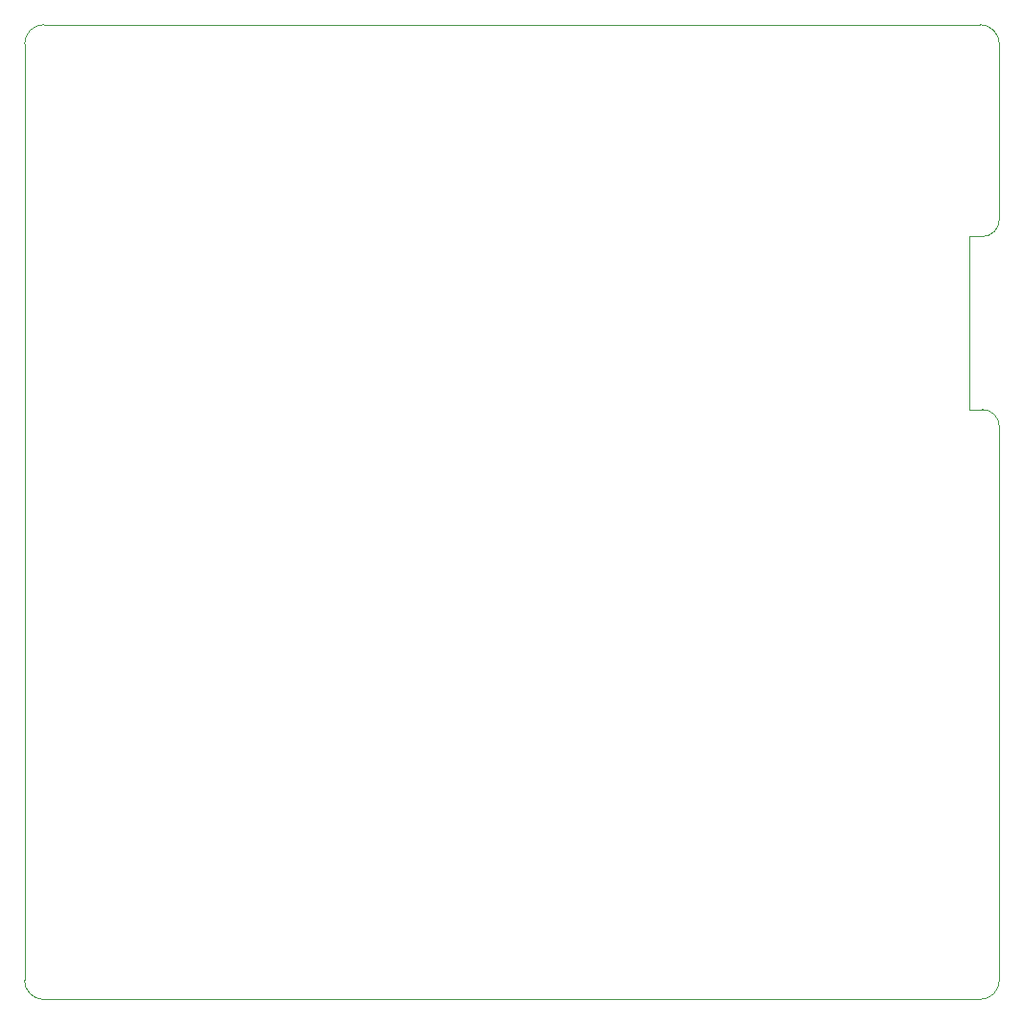
<source format=gbr>
G04*
G04 #@! TF.GenerationSoftware,Altium Limited,Altium Designer,24.1.2 (44)*
G04*
G04 Layer_Color=0*
%FSLAX44Y44*%
%MOMM*%
G71*
G04*
G04 #@! TF.SameCoordinates,6DB90BD0-6BCB-4E72-83D2-ACCC89333B5C*
G04*
G04*
G04 #@! TF.FilePolarity,Positive*
G04*
G01*
G75*
%ADD71C,0.0254*%
D71*
X-5000Y12000D02*
Y838000D01*
X-5000Y838060D01*
D02*
G02*
X12000Y855000I17000J-60D01*
G01*
X838000D01*
X838060Y855000D01*
D02*
G02*
X855000Y838000I-60J-17000D01*
G01*
Y683057D01*
X855000Y683014D01*
D02*
G02*
X840000Y668057I-15000J44D01*
G01*
X828860D01*
Y515497D01*
X840000D01*
D02*
G02*
X855000Y500497I0J-15000D01*
G01*
Y12000D01*
X855000Y11958D01*
D02*
G02*
X838000Y-5000I-17000J42D01*
G01*
X12000D01*
X11940Y-5000D01*
D02*
G02*
X-5000Y12000I60J17000D01*
G01*
M02*

</source>
